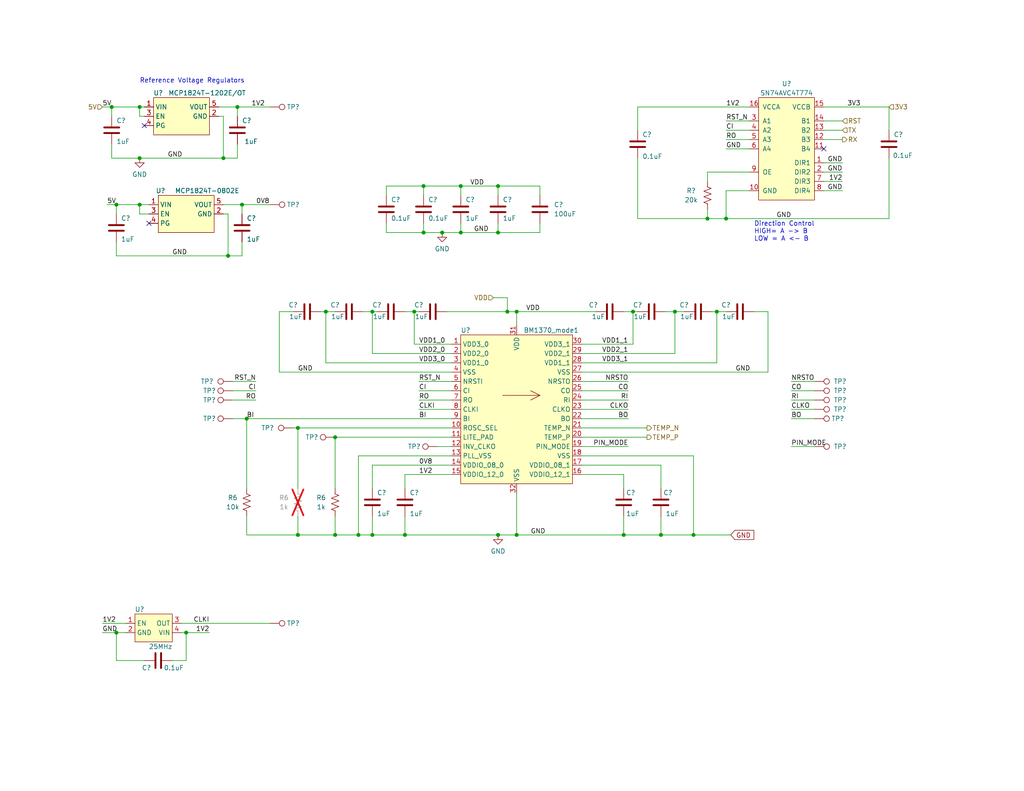
<source format=kicad_sch>
(kicad_sch (version 20250114) (generator "eeschema") (generator_version "9.0")
  (paper "A")
  (title_block (title "bittyaxe") (date "2025-06-06") (rev "600"))
  (lib_symbols
    (symbol "Connector:TestPoint" (pin_numbers (hide yes)) (pin_names (offset 0.762) (hide yes))
      (property "Reference" "TP" (at 0 6.858 0))
      (property "Value" "TestPoint" (at 0 5.08 0))
      (symbol "TestPoint_0_1"
        (circle (center 0 3.302) (radius 0.762))
      )
      (symbol "TestPoint_1_1"
        (pin passive line (at 0 0 90) (length 2.54) (name "1") (number "1"))
      )
    )
    (symbol "Device:C" (pin_numbers (hide yes)) (pin_names (offset 0.254))
      (property "Reference" "C" (at 0.635 2.54 0))
      (property "Value" "C" (at 0.635 -2.54 0))
      (symbol "C_0_1"
        (polyline (pts (xy -2.032 0.762) (xy 2.032 0.762)) (stroke (width 0.508)))
        (polyline (pts (xy -2.032 -0.762) (xy 2.032 -0.762)) (stroke (width 0.508)))
      )
      (symbol "C_1_1"
        (pin passive line (at 0 3.81 270) (length 2.794) (name "~") (number "1"))
        (pin passive line (at 0 -3.81 90) (length 2.794) (name "~") (number "2"))
      )
    )
    (symbol "Device:R_US" (pin_numbers (hide yes)) (pin_names (offset 0))
      (property "Reference" "R" (at 2.54 0 90))
      (property "Value" "R_US" (at -2.54 0 90))
      (symbol "R_US_0_1"
        (polyline (pts (xy 0 2.286) (xy 0 2.54)))
        (polyline (pts (xy 0 2.286) (xy 1.016 1.905) (xy 0 1.524) (xy -1.016 1.143) (xy 0 0.762)))
        (polyline (pts (xy 0 0.762) (xy 1.016 0.381) (xy 0 0) (xy -1.016 -0.381) (xy 0 -0.762)))
        (polyline (pts (xy 0 -0.762) (xy 1.016 -1.143) (xy 0 -1.524) (xy -1.016 -1.905) (xy 0 -2.286)))
        (polyline (pts (xy 0 -2.286) (xy 0 -2.54)))
      )
      (symbol "R_US_1_1"
        (pin passive line (at 0 3.81 270) (length 1.27) (name "~") (number "1"))
        (pin passive line (at 0 -3.81 90) (length 1.27) (name "~") (number "2"))
      )
    )
    (symbol "MCP1824_1"
      (property "Reference" "U" (at -7.62 5.08 0))
      (property "Value" "MCP1824_1" (at 5.08 5.08 0))
      (symbol "MCP1824_1_0_1"
        (rectangle (start -7.62 3.81) (end 7.62 -6.35) (stroke (width 0.1524)) (fill (type background)))
      )
      (symbol "MCP1824_1_1_0"
        (pin bidirectional line (at -10.16 1.27 0) (length 2.54) (name "VIN") (number "1"))
        (pin bidirectional line (at -10.16 -1.27 0) (length 2.54) (name "EN") (number "3"))
        (pin bidirectional line (at -10.16 -3.81 0) (length 2.54) (name "PG") (number "4"))
        (pin bidirectional line (at 10.16 1.27 180) (length 2.54) (name "VOUT") (number "5"))
        (pin bidirectional line (at 10.16 -1.27 180) (length 2.54) (name "GND") (number "2"))
      )
    )
    (symbol "bitaxe:BM1370_mode1"
      (property "Reference" "U4" (at -15.24 21.59 0))
      (property "Value" "BM1370_mode1" (at 1.905 21.59 0))
      (symbol "BM1370_mode1_0_1"
        (rectangle (start -15.24 20.32) (end 15.24 -20.32) (fill (type background)))
        (polyline (pts (xy -3.81 3.81) (xy 6.35 3.81)))
        (polyline (pts (xy 3.81 5.08) (xy 6.35 3.81)))
        (polyline (pts (xy 3.81 2.54) (xy 6.35 3.81)))
      )
      (symbol "BM1370_mode1_1_1"
        (pin power_in line (at -17.78 17.78 0) (length 2.54) (name "VDD3_0") (number "1"))
        (pin power_in line (at -17.78 15.24 0) (length 2.54) (name "VDD2_0") (number "2"))
        (pin power_in line (at -17.78 12.7 0) (length 2.54) (name "VDD1_0") (number "3"))
        (pin power_in line (at -17.78 10.16 0) (length 2.54) (name "VSS") (number "4"))
        (pin input line (at -17.78 7.62 0) (length 2.54) (name "NRSTI") (number "5"))
        (pin input line (at -17.78 5.08 0) (length 2.54) (name "CI") (number "6"))
        (pin output line (at -17.78 2.54 0) (length 2.54) (name "RO") (number "7"))
        (pin input line (at -17.78 0 0) (length 2.54) (name "CLKI") (number "8"))
        (pin input line (at -17.78 -2.54 0) (length 2.54) (name "BI") (number "9"))
        (pin unspecified line (at -17.78 -5.08 0) (length 2.54) (name "ROSC_SEL") (number "10"))
        (pin unspecified line (at -17.78 -7.62 0) (length 2.54) (name "LITE_PAD") (number "11"))
        (pin unspecified line (at -17.78 -10.16 0) (length 2.54) (name "INV_CLKO") (number "12"))
        (pin power_in line (at -17.78 -12.7 0) (length 2.54) (name "PLL_VSS") (number "13"))
        (pin power_in line (at -17.78 -15.24 0) (length 2.54) (name "VDDIO_08_0") (number "14"))
        (pin power_in line (at -17.78 -17.78 0) (length 2.54) (name "VDDIO_12_0") (number "15"))
        (pin power_in line (at 0 22.86 270) (length 2.54) (name "VDD") (number "31"))
        (pin power_in line (at 0 -22.86 90) (length 2.54) (name "VSS") (number "32"))
        (pin power_in line (at 17.78 17.78 180) (length 2.54) (name "VDD3_1") (number "30"))
        (pin power_in line (at 17.78 15.24 180) (length 2.54) (name "VDD2_1") (number "29"))
        (pin power_in line (at 17.78 12.7 180) (length 2.54) (name "VDD1_1") (number "28"))
        (pin power_in line (at 17.78 10.16 180) (length 2.54) (name "VSS") (number "27"))
        (pin output line (at 17.78 7.62 180) (length 2.54) (name "NRSTO") (number "26"))
        (pin output line (at 17.78 5.08 180) (length 2.54) (name "CO") (number "25"))
        (pin input line (at 17.78 2.54 180) (length 2.54) (name "RI") (number "24"))
        (pin output line (at 17.78 0 180) (length 2.54) (name "CLKO") (number "23"))
        (pin output line (at 17.78 -2.54 180) (length 2.54) (name "BO") (number "22"))
        (pin unspecified line (at 17.78 -5.08 180) (length 2.54) (name "TEMP_N") (number "21"))
        (pin unspecified line (at 17.78 -7.62 180) (length 2.54) (name "TEMP_P") (number "20"))
        (pin input line (at 17.78 -10.16 180) (length 2.54) (name "PIN_MODE") (number "19"))
        (pin power_in line (at 17.78 -12.7 180) (length 2.54) (name "VSS") (number "18"))
        (pin power_in line (at 17.78 -15.24 180) (length 2.54) (name "VDDIO_08_1") (number "17"))
        (pin power_in line (at 17.78 -17.78 180) (length 2.54) (name "VDDIO_12_1") (number "16"))
      )
    )
    (symbol "bitaxe:MCP1824"
      (property "Reference" "U" (at -7.62 5.08 0))
      (property "Value" "MCP1824" (at 5.08 5.08 0))
      (symbol "MCP1824_0_1"
        (rectangle (start -7.62 3.81) (end 7.62 -6.35) (stroke (width 0.1524)) (fill (type background)))
      )
      (symbol "MCP1824_1_0"
        (pin bidirectional line (at -10.16 1.27 0) (length 2.54) (name "VIN") (number "1"))
        (pin bidirectional line (at -10.16 -1.27 0) (length 2.54) (name "EN") (number "3"))
        (pin bidirectional line (at -10.16 -3.81 0) (length 2.54) (name "PG") (number "4"))
        (pin bidirectional line (at 10.16 1.27 180) (length 2.54) (name "VOUT") (number "5"))
        (pin bidirectional line (at 10.16 -1.27 180) (length 2.54) (name "GND") (number "2"))
      )
    )
    (symbol "bitaxe:SN74AVC4T774" (pin_names (offset 1.016))
      (property "Reference" "U" (at -6.35 12.7 0))
      (property "Value" "SN74AVC4T774" (at -7.62 -19.05 0))
      (symbol "SN74AVC4T774_0_0"
        (rectangle (start -7.62 11.43) (end 7.62 -16.51) (stroke (width 0.1524)) (fill (type background)))
      )
      (symbol "SN74AVC4T774_1_0"
        (pin power_in line (at -10.16 8.89 0) (length 2.54) (name "VCCA") (number "16"))
        (pin bidirectional line (at -10.16 5.08 0) (length 2.54) (name "A1") (number "3"))
        (pin bidirectional line (at -10.16 2.54 0) (length 2.54) (name "A2") (number "4"))
        (pin bidirectional line (at -10.16 0 0) (length 2.54) (name "A3") (number "5"))
        (pin bidirectional line (at -10.16 -2.54 0) (length 2.54) (name "A4") (number "6"))
        (pin input line (at -10.16 -8.89 0) (length 2.54) (name "OE") (number "9"))
        (pin power_in line (at -10.16 -13.97 0) (length 2.54) (name "GND") (number "10"))
        (pin power_in line (at 10.16 8.89 180) (length 2.54) (name "VCCB") (number "15"))
        (pin bidirectional line (at 10.16 5.08 180) (length 2.54) (name "B1") (number "14"))
        (pin bidirectional line (at 10.16 2.54 180) (length 2.54) (name "B2") (number "13"))
        (pin bidirectional line (at 10.16 0 180) (length 2.54) (name "B3") (number "12"))
        (pin bidirectional line (at 10.16 -2.54 180) (length 2.54) (name "B4") (number "11"))
        (pin input line (at 10.16 -6.35 180) (length 2.54) (name "DIR1") (number "1"))
        (pin input line (at 10.16 -8.89 180) (length 2.54) (name "DIR2") (number "2"))
        (pin input line (at 10.16 -11.43 180) (length 2.54) (name "DIR3") (number "7"))
        (pin input line (at 10.16 -13.97 180) (length 2.54) (name "DIR4") (number "8"))
      )
    )
    (symbol "bitaxe:oscillator"
      (property "Reference" "U" (at -3.81 5.08 0))
      (property "Value" "oscillator" (at 0 -5.08 0))
      (symbol "oscillator_0_1"
        (rectangle (start -5.08 3.81) (end 5.08 -3.81) (stroke (width 0.1524)) (fill (type background)))
      )
      (symbol "oscillator_1_0"
        (pin bidirectional line (at -7.62 1.27 0) (length 2.54) (name "EN") (number "1"))
        (pin bidirectional line (at -7.62 -1.27 0) (length 2.54) (name "GND") (number "2"))
        (pin bidirectional line (at 7.62 1.27 180) (length 2.54) (name "OUT") (number "3"))
        (pin bidirectional line (at 7.62 -1.27 180) (length 2.54) (name "VIN") (number "4"))
      )
    )
    (symbol "power:GND" (power) (pin_names (offset 0))
      (property "Value" "GND" (at 0 -3.81 0))
      (symbol "GND_0_1"
        (polyline (pts (xy 0 0) (xy 0 -1.27) (xy 1.27 -1.27) (xy 0 -2.54) (xy -1.27 -1.27) (xy 0 -1.27)))
      )
      (symbol "GND_1_1"
        (pin power_in line (at 0 0 270) (length 0) (hide yes) (name "GND") (number "1"))
      )
    )
  )
  (text "Reference Voltage Regulators" (at 38.1 22.86 0) (effects (font (size 1.27 1.27)) (justify left bottom)))
  (text "Direction Control\nHIGH= A -> B\nLOW = A <- B" (at 205.74 66.04 0) (effects (font (size 1.27 1.27)) (justify left bottom)))
  (junction (at 180.34 146.05))
  (junction (at 184.15 85.09))
  (junction (at 115.57 63.5) (diameter 0.9144))
  (junction (at 38.1 43.18))
  (junction (at 67.31 114.3))
  (junction (at 30.48 29.21) (diameter 0.9144))
  (junction (at 125.73 50.8) (diameter 0.9144))
  (junction (at 135.89 50.8))
  (junction (at 38.1 55.88))
  (junction (at 135.89 63.5))
  (junction (at 81.28 116.84))
  (junction (at 120.65 63.5))
  (junction (at 62.23 69.85) (diameter 0.9144))
  (junction (at 101.6 85.09))
  (junction (at 101.6 146.05))
  (junction (at 91.44 119.38))
  (junction (at 113.03 85.09))
  (junction (at 97.79 146.05))
  (junction (at 110.49 146.05))
  (junction (at 64.77 29.21) (diameter 0.9144))
  (junction (at 189.23 146.05))
  (junction (at 50.8 172.72))
  (junction (at 138.43 85.09))
  (junction (at 135.89 146.05))
  (junction (at 91.44 146.05))
  (junction (at 31.75 55.88) (diameter 0.9144))
  (junction (at 125.73 63.5) (diameter 0.9144))
  (junction (at 198.12 59.69))
  (junction (at 170.18 146.05))
  (junction (at 172.72 85.09))
  (junction (at 81.28 146.05))
  (junction (at 60.96 43.18) (diameter 0.9144))
  (junction (at 195.58 85.09))
  (junction (at 38.1 29.21))
  (junction (at 88.9 85.09))
  (junction (at 193.04 59.69))
  (junction (at 140.97 85.09))
  (junction (at 31.75 172.72))
  (junction (at 115.57 50.8) (diameter 0.9144))
  (junction (at 140.97 146.05))
  (junction (at 66.04 55.88) (diameter 0.9144))
  (no_connect (at 40.64 60.96))
  (no_connect (at 224.79 40.64))
  (no_connect (at 39.37 34.29))
  (wire (pts (xy 31.75 180.34) (xy 31.75 172.72)))
  (wire (pts (xy 180.34 146.05) (xy 189.23 146.05)))
  (wire (pts (xy 101.6 127) (xy 123.19 127)))
  (wire (pts (xy 105.41 60.96) (xy 105.41 63.5)))
  (wire (pts (xy 110.49 129.54) (xy 110.49 133.35)))
  (wire (pts (xy 242.57 29.21) (xy 242.57 35.56)))
  (wire (pts (xy 88.9 99.06) (xy 88.9 85.09)))
  (wire (pts (xy 198.12 59.69) (xy 242.57 59.69)))
  (wire (pts (xy 140.97 134.62) (xy 140.97 146.05)))
  (wire (pts (xy 134.62 81.28) (xy 138.43 81.28)))
  (wire (pts (xy 91.44 140.97) (xy 91.44 146.05)))
  (wire (pts (xy 215.9 114.3) (xy 222.25 114.3)))
  (wire (pts (xy 125.73 53.34) (xy 125.73 50.8)))
  (wire (pts (xy 115.57 63.5) (xy 105.41 63.5)))
  (wire (pts (xy 195.58 99.06) (xy 195.58 85.09)))
  (wire (pts (xy 198.12 52.07) (xy 198.12 59.69)))
  (wire (pts (xy 114.3 104.14) (xy 123.19 104.14)))
  (wire (pts (xy 110.49 85.09) (xy 113.03 85.09)))
  (wire (pts (xy 113.03 85.09) (xy 114.3 85.09)))
  (wire (pts (xy 158.75 121.92) (xy 171.45 121.92)))
  (wire (pts (xy 64.77 39.37) (xy 64.77 43.18)))
  (wire (pts (xy 158.75 124.46) (xy 189.23 124.46)))
  (wire (pts (xy 158.75 93.98) (xy 172.72 93.98)))
  (wire (pts (xy 81.28 146.05) (xy 91.44 146.05)))
  (wire (pts (xy 60.96 31.75) (xy 59.69 31.75)))
  (wire (pts (xy 31.75 55.88) (xy 38.1 55.88)))
  (wire (pts (xy 158.75 104.14) (xy 171.45 104.14)))
  (wire (pts (xy 88.9 85.09) (xy 91.44 85.09)))
  (wire (pts (xy 101.6 127) (xy 101.6 133.35)))
  (wire (pts (xy 76.2 101.6) (xy 76.2 85.09)))
  (wire (pts (xy 101.6 146.05) (xy 110.49 146.05)))
  (wire (pts (xy 162.56 85.09) (xy 140.97 85.09)))
  (wire (pts (xy 184.15 85.09) (xy 186.69 85.09)))
  (wire (pts (xy 46.99 180.34) (xy 50.8 180.34)))
  (wire (pts (xy 209.55 85.09) (xy 205.74 85.09)))
  (wire (pts (xy 115.57 53.34) (xy 115.57 50.8)))
  (wire (pts (xy 189.23 124.46) (xy 189.23 146.05)))
  (wire (pts (xy 99.06 85.09) (xy 101.6 85.09)))
  (wire (pts (xy 62.23 58.42) (xy 60.96 58.42)))
  (wire (pts (xy 135.89 60.96) (xy 135.89 63.5)))
  (wire (pts (xy 193.04 59.69) (xy 193.04 57.15)))
  (wire (pts (xy 242.57 43.18) (xy 242.57 59.69)))
  (wire (pts (xy 180.34 127) (xy 180.34 133.35)))
  (wire (pts (xy 64.77 43.18) (xy 60.96 43.18)))
  (wire (pts (xy 31.75 66.04) (xy 31.75 69.85)))
  (wire (pts (xy 158.75 109.22) (xy 171.45 109.22)))
  (wire (pts (xy 172.72 93.98) (xy 172.72 85.09)))
  (wire (pts (xy 50.8 172.72) (xy 57.15 172.72)))
  (wire (pts (xy 147.32 60.96) (xy 147.32 63.5)))
  (wire (pts (xy 158.75 96.52) (xy 184.15 96.52)))
  (wire (pts (xy 31.75 55.88) (xy 31.75 58.42)))
  (wire (pts (xy 67.31 140.97) (xy 67.31 146.05)))
  (wire (pts (xy 209.55 101.6) (xy 209.55 85.09)))
  (wire (pts (xy 62.23 69.85) (xy 31.75 69.85)))
  (wire (pts (xy 66.04 66.04) (xy 66.04 69.85)))
  (wire (pts (xy 224.79 35.56) (xy 229.87 35.56)))
  (wire (pts (xy 66.04 55.88) (xy 73.66 55.88)))
  (wire (pts (xy 215.9 106.68) (xy 222.25 106.68)))
  (wire (pts (xy 81.28 140.97) (xy 81.28 146.05)))
  (wire (pts (xy 50.8 180.34) (xy 50.8 172.72)))
  (wire (pts (xy 135.89 50.8) (xy 147.32 50.8)))
  (wire (pts (xy 113.03 93.98) (xy 123.19 93.98)))
  (wire (pts (xy 66.04 69.85) (xy 62.23 69.85)))
  (wire (pts (xy 67.31 114.3) (xy 123.19 114.3)))
  (wire (pts (xy 38.1 58.42) (xy 38.1 55.88)))
  (wire (pts (xy 114.3 106.68) (xy 123.19 106.68)))
  (wire (pts (xy 30.48 39.37) (xy 30.48 43.18)))
  (wire (pts (xy 38.1 29.21) (xy 39.37 29.21)))
  (wire (pts (xy 115.57 60.96) (xy 115.57 63.5)))
  (wire (pts (xy 121.92 85.09) (xy 138.43 85.09)))
  (wire (pts (xy 120.65 63.5) (xy 115.57 63.5)))
  (wire (pts (xy 62.23 58.42) (xy 62.23 69.85)))
  (wire (pts (xy 87.63 85.09) (xy 88.9 85.09)))
  (wire (pts (xy 91.44 119.38) (xy 91.44 133.35)))
  (wire (pts (xy 158.75 99.06) (xy 195.58 99.06)))
  (wire (pts (xy 123.19 101.6) (xy 76.2 101.6)))
  (wire (pts (xy 101.6 96.52) (xy 123.19 96.52)))
  (wire (pts (xy 81.28 116.84) (xy 123.19 116.84)))
  (wire (pts (xy 88.9 99.06) (xy 123.19 99.06)))
  (wire (pts (xy 138.43 81.28) (xy 138.43 85.09)))
  (wire (pts (xy 158.75 127) (xy 180.34 127)))
  (wire (pts (xy 38.1 31.75) (xy 39.37 31.75)))
  (wire (pts (xy 97.79 124.46) (xy 97.79 146.05)))
  (wire (pts (xy 215.9 121.92) (xy 222.25 121.92)))
  (wire (pts (xy 125.73 60.96) (xy 125.73 63.5)))
  (wire (pts (xy 224.79 38.1) (xy 229.87 38.1)))
  (wire (pts (xy 81.28 146.05) (xy 67.31 146.05)))
  (wire (pts (xy 181.61 85.09) (xy 184.15 85.09)))
  (wire (pts (xy 31.75 172.72) (xy 34.29 172.72)))
  (wire (pts (xy 193.04 46.99) (xy 193.04 49.53)))
  (wire (pts (xy 224.79 46.99) (xy 229.87 46.99)))
  (wire (pts (xy 158.75 129.54) (xy 170.18 129.54)))
  (wire (pts (xy 101.6 140.97) (xy 101.6 146.05)))
  (wire (pts (xy 158.75 114.3) (xy 171.45 114.3)))
  (wire (pts (xy 215.9 111.76) (xy 222.25 111.76)))
  (wire (pts (xy 224.79 29.21) (xy 242.57 29.21)))
  (wire (pts (xy 158.75 106.68) (xy 171.45 106.68)))
  (wire (pts (xy 38.1 55.88) (xy 40.64 55.88)))
  (wire (pts (xy 158.75 101.6) (xy 209.55 101.6)))
  (wire (pts (xy 198.12 35.56) (xy 204.47 35.56)))
  (wire (pts (xy 60.96 31.75) (xy 60.96 43.18)))
  (wire (pts (xy 110.49 129.54) (xy 123.19 129.54)))
  (wire (pts (xy 110.49 140.97) (xy 110.49 146.05)))
  (wire (pts (xy 204.47 46.99) (xy 193.04 46.99)))
  (wire (pts (xy 105.41 53.34) (xy 105.41 50.8)))
  (wire (pts (xy 60.96 55.88) (xy 66.04 55.88)))
  (wire (pts (xy 63.5 106.68) (xy 69.85 106.68)))
  (wire (pts (xy 170.18 140.97) (xy 170.18 146.05)))
  (wire (pts (xy 198.12 33.02) (xy 204.47 33.02)))
  (wire (pts (xy 195.58 85.09) (xy 198.12 85.09)))
  (wire (pts (xy 170.18 85.09) (xy 172.72 85.09)))
  (wire (pts (xy 30.48 29.21) (xy 38.1 29.21)))
  (wire (pts (xy 27.94 29.21) (xy 30.48 29.21)))
  (wire (pts (xy 224.79 44.45) (xy 229.87 44.45)))
  (wire (pts (xy 158.75 116.84) (xy 176.53 116.84)))
  (wire (pts (xy 30.48 29.21) (xy 30.48 31.75)))
  (wire (pts (xy 27.94 170.18) (xy 34.29 170.18)))
  (wire (pts (xy 125.73 63.5) (xy 120.65 63.5)))
  (wire (pts (xy 123.19 119.38) (xy 91.44 119.38)))
  (wire (pts (xy 38.1 58.42) (xy 40.64 58.42)))
  (wire (pts (xy 119.38 121.92) (xy 123.19 121.92)))
  (wire (pts (xy 173.99 43.18) (xy 173.99 59.69)))
  (wire (pts (xy 101.6 96.52) (xy 101.6 85.09)))
  (wire (pts (xy 173.99 29.21) (xy 204.47 29.21)))
  (wire (pts (xy 29.21 55.88) (xy 31.75 55.88)))
  (wire (pts (xy 224.79 33.02) (xy 229.87 33.02)))
  (wire (pts (xy 224.79 49.53) (xy 229.87 49.53)))
  (wire (pts (xy 101.6 85.09) (xy 102.87 85.09)))
  (wire (pts (xy 189.23 146.05) (xy 199.39 146.05)))
  (wire (pts (xy 115.57 50.8) (xy 125.73 50.8)))
  (wire (pts (xy 59.69 29.21) (xy 64.77 29.21)))
  (wire (pts (xy 173.99 59.69) (xy 193.04 59.69)))
  (wire (pts (xy 49.53 172.72) (xy 50.8 172.72)))
  (wire (pts (xy 76.2 85.09) (xy 80.01 85.09)))
  (wire (pts (xy 215.9 109.22) (xy 222.25 109.22)))
  (wire (pts (xy 170.18 129.54) (xy 170.18 133.35)))
  (wire (pts (xy 97.79 146.05) (xy 101.6 146.05)))
  (wire (pts (xy 198.12 38.1) (xy 204.47 38.1)))
  (wire (pts (xy 114.3 109.22) (xy 123.19 109.22)))
  (wire (pts (xy 194.31 85.09) (xy 195.58 85.09)))
  (wire (pts (xy 27.94 172.72) (xy 31.75 172.72)))
  (wire (pts (xy 158.75 119.38) (xy 176.53 119.38)))
  (wire (pts (xy 198.12 40.64) (xy 204.47 40.64)))
  (wire (pts (xy 64.77 29.21) (xy 64.77 31.75)))
  (wire (pts (xy 38.1 43.18) (xy 30.48 43.18)))
  (wire (pts (xy 135.89 53.34) (xy 135.89 50.8)))
  (wire (pts (xy 67.31 114.3) (xy 67.31 133.35)))
  (wire (pts (xy 170.18 146.05) (xy 180.34 146.05)))
  (wire (pts (xy 140.97 85.09) (xy 140.97 88.9)))
  (wire (pts (xy 113.03 85.09) (xy 113.03 93.98)))
  (wire (pts (xy 140.97 146.05) (xy 170.18 146.05)))
  (wire (pts (xy 198.12 59.69) (xy 193.04 59.69)))
  (wire (pts (xy 66.04 55.88) (xy 66.04 58.42)))
  (wire (pts (xy 147.32 53.34) (xy 147.32 50.8)))
  (wire (pts (xy 64.77 29.21) (xy 73.66 29.21)))
  (wire (pts (xy 110.49 146.05) (xy 135.89 146.05)))
  (wire (pts (xy 38.1 31.75) (xy 38.1 29.21)))
  (wire (pts (xy 114.3 111.76) (xy 123.19 111.76)))
  (wire (pts (xy 173.99 29.21) (xy 173.99 35.56)))
  (wire (pts (xy 224.79 52.07) (xy 229.87 52.07)))
  (wire (pts (xy 135.89 146.05) (xy 140.97 146.05)))
  (wire (pts (xy 123.19 124.46) (xy 97.79 124.46)))
  (wire (pts (xy 81.28 116.84) (xy 81.28 133.35)))
  (wire (pts (xy 125.73 50.8) (xy 135.89 50.8)))
  (wire (pts (xy 172.72 85.09) (xy 173.99 85.09)))
  (wire (pts (xy 215.9 104.14) (xy 222.25 104.14)))
  (wire (pts (xy 63.5 109.22) (xy 69.85 109.22)))
  (wire (pts (xy 91.44 146.05) (xy 97.79 146.05)))
  (wire (pts (xy 105.41 50.8) (xy 115.57 50.8)))
  (wire (pts (xy 39.37 180.34) (xy 31.75 180.34)))
  (wire (pts (xy 204.47 52.07) (xy 198.12 52.07)))
  (wire (pts (xy 184.15 96.52) (xy 184.15 85.09)))
  (wire (pts (xy 158.75 111.76) (xy 171.45 111.76)))
  (wire (pts (xy 135.89 63.5) (xy 125.73 63.5)))
  (wire (pts (xy 63.5 114.3) (xy 67.31 114.3)))
  (wire (pts (xy 49.53 170.18) (xy 73.66 170.18)))
  (wire (pts (xy 80.01 116.84) (xy 81.28 116.84)))
  (wire (pts (xy 63.5 104.14) (xy 69.85 104.14)))
  (wire (pts (xy 138.43 85.09) (xy 140.97 85.09)))
  (wire (pts (xy 180.34 140.97) (xy 180.34 146.05)))
  (wire (pts (xy 60.96 43.18) (xy 38.1 43.18)))
  (wire (pts (xy 135.89 63.5) (xy 147.32 63.5)))
  (label "GND" (at 45.72 43.18 0))
  (label "RST_N" (at 69.85 104.14 180))
  (label "GND" (at 229.87 46.99 180))
  (label "1V2" (at 114.3 129.54 0))
  (label "1V2" (at 68.58 29.21 0))
  (label "BI" (at 67.31 114.3 0))
  (label "GND" (at 27.94 172.72 0))
  (label "CLKO" (at 171.45 111.76 180))
  (label "RST_N" (at 114.3 104.14 0))
  (label "5V" (at 29.21 55.88 0))
  (label "RO" (at 114.3 109.22 0))
  (label "0V8" (at 69.85 55.88 0))
  (label "CO" (at 215.9 106.68 0))
  (label "GND" (at 144.78 146.05 0))
  (label "BO" (at 215.9 114.3 0))
  (label "GND" (at 198.12 40.64 0))
  (label "5V" (at 27.94 29.21 0))
  (label "CI" (at 198.12 35.56 0))
  (label "GND" (at 229.87 52.07 180))
  (label "PIN_MODE" (at 215.9 121.92 0))
  (label "1V2" (at 229.87 49.53 180))
  (label "CI" (at 69.85 106.68 180))
  (label "1V2" (at 27.94 170.18 0))
  (label "RO" (at 198.12 38.1 0))
  (label "NRSTO" (at 215.9 104.14 0))
  (label "PIN_MODE" (at 171.45 121.92 180))
  (label "0V8" (at 114.3 127 0))
  (label "GND" (at 46.99 69.85 0))
  (label "VDD3_1" (at 171.45 99.06 180))
  (label "VDD2_1" (at 171.45 96.52 180))
  (label "RI" (at 215.9 109.22 0))
  (label "RST_N" (at 198.12 33.02 0))
  (label "CLKI" (at 114.3 111.76 0))
  (label "1V2" (at 198.12 29.21 0))
  (label "CO" (at 171.45 106.68 180))
  (label "VDD1_0" (at 114.3 93.98 0))
  (label "VDD3_0" (at 114.3 99.06 0))
  (label "CLKO" (at 215.9 111.76 0))
  (label "CLKI" (at 57.15 170.18 180))
  (label "3V3" (at 231.14 29.21 0))
  (label "RO" (at 69.85 109.22 180))
  (label "VDD1_1" (at 171.45 93.98 180))
  (label "GND" (at 81.28 101.6 0))
  (label "VDD" (at 143.51 85.09 0))
  (label "BO" (at 171.45 114.3 180))
  (label "GND" (at 215.9 59.69 180))
  (label "RI" (at 171.45 109.22 180))
  (label "1V2" (at 57.15 172.72 180))
  (label "VDD2_0" (at 114.3 96.52 0))
  (label "NRSTO" (at 171.45 104.14 180))
  (label "GND" (at 200.66 101.6 0))
  (label "GND" (at 133.35 63.5 180))
  (label "GND" (at 229.87 44.45 180))
  (label "CI" (at 114.3 106.68 0))
  (label "VDD" (at 128.27 50.8 0))
  (label "BI" (at 114.3 114.3 0))
  (global_label "GND" (shape input) (at 199.39 146.05 0) (property "Intersheetrefs" "${INTERSHEET_REFS}" (effects (hide yes))))
  (hierarchical_label "5V" (shape input) (at 27.94 29.21 180))
  (hierarchical_label "TEMP_N" (shape output) (at 176.53 116.84 0))
  (hierarchical_label "3V3" (shape input) (at 242.57 29.21 0))
  (hierarchical_label "TX" (shape input) (at 229.87 35.56 0))
  (hierarchical_label "RX" (shape output) (at 229.87 38.1 0))
  (hierarchical_label "VDD" (shape input) (at 134.62 81.28 180))
  (hierarchical_label "RST" (shape input) (at 229.87 33.02 0))
  (hierarchical_label "TEMP_P" (shape output) (at 176.53 119.38 0))
  (symbol (lib_id "Device:C") (at 64.77 35.56 0) (unit 1)
    (property "Reference" "C?" (at 66.04 33.655 0) (effects (justify left bottom)))
    (property "Value" "1uF" (at 66.675 39.37 0) (effects (justify left bottom)))
    (property "Footprint" "Capacitor_SMD:C_0402_1005Metric" (effects (hide yes)))
    (property "DK" "587-5514-1-ND" (effects (hide yes)))
    (property "PARTNO" "EMK105BJ105MV-F" (effects (hide yes)))
  )
  (symbol (lib_id "Device:C") (at 30.48 35.56 0) (unit 1)
    (property "Reference" "C?" (at 31.75 33.655 0) (effects (justify left bottom)))
    (property "Value" "1uF" (at 31.75 39.37 0) (effects (justify left bottom)))
    (property "Footprint" "Capacitor_SMD:C_0402_1005Metric" (effects (hide yes)))
    (property "DK" "587-5514-1-ND" (effects (hide yes)))
    (property "PARTNO" "EMK105BJ105MV-F" (effects (hide yes)))
  )
  (symbol (lib_id "Device:C") (at 125.73 57.15 0) (unit 1)
    (property "Reference" "C?" (at 127 55.245 0) (effects (justify left bottom)))
    (property "Value" "1uF" (at 127 60.325 0) (effects (justify left bottom)))
    (property "Footprint" "Capacitor_SMD:C_0402_1005Metric" (effects (hide yes)))
    (property "DK" "587-5514-1-ND" (effects (hide yes)))
    (property "PARTNO" "EMK105BJ105MV-F" (effects (hide yes)))
  )
  (symbol (lib_id "Device:C") (at 118.11 85.09 90) (unit 1)
    (property "Reference" "C?" (at 115.57 82.55 90) (effects (justify left bottom)))
    (property "Value" "1uF" (at 116.84 85.725 90) (effects (justify left bottom)))
    (property "Footprint" "Capacitor_SMD:C_0402_1005Metric" (effects (hide yes)))
    (property "DK" "587-5514-1-ND" (effects (hide yes)))
    (property "PARTNO" "EMK105BJ105MV-F" (effects (hide yes)))
  )
  (symbol (lib_id "Connector:TestPoint") (at 222.25 114.3 270) (unit 1) (in_bom no)
    (property "Reference" "TP?" (at 228.6 114.3 90))
    (property "Value" "TestPoint" (effects (hide yes)))
    (property "Footprint" "TestPoint:TestPoint_Pad_D1.5mm" (effects (hide yes)))
  )
  (symbol (lib_id "Device:C") (at 115.57 57.15 0) (unit 1)
    (property "Reference" "C?" (at 116.84 55.245 0) (effects (justify left bottom)))
    (property "Value" "0.1uF" (at 116.84 60.325 0) (effects (justify left bottom)))
    (property "Footprint" "Capacitor_SMD:C_0402_1005Metric" (effects (hide yes)))
    (property "DK" "1276-1234-1-ND" (effects (hide yes)))
    (property "PARTNO" "CL05A104KO5NNNC" (effects (hide yes)))
  )
  (symbol (lib_id "Connector:TestPoint") (at 222.25 109.22 270) (unit 1) (in_bom no)
    (property "Reference" "TP?" (at 229.235 109.22 90))
    (property "Value" "TestPoint" (effects (hide yes)))
    (property "Footprint" "TestPoint:TestPoint_Pad_D1.5mm" (effects (hide yes)))
  )
  (symbol (lib_id "Connector:TestPoint") (at 222.25 111.76 270) (unit 1) (in_bom no)
    (property "Reference" "TP?" (at 229.235 111.76 90))
    (property "Value" "TestPoint" (effects (hide yes)))
    (property "Footprint" "TestPoint:TestPoint_Pad_D1.5mm" (effects (hide yes)))
  )
  (symbol (lib_id "Device:C") (at 190.5 85.09 90) (unit 1)
    (property "Reference" "C?" (at 187.96 82.55 90) (effects (justify left bottom)))
    (property "Value" "1uF" (at 189.23 85.725 90) (effects (justify left bottom)))
    (property "Footprint" "Capacitor_SMD:C_0402_1005Metric" (effects (hide yes)))
    (property "DK" "587-5514-1-ND" (effects (hide yes)))
    (property "PARTNO" "EMK105BJ105MV-F" (effects (hide yes)))
  )
  (symbol (lib_id "Device:C") (at 201.93 85.09 90) (unit 1)
    (property "Reference" "C?" (at 199.39 82.55 90) (effects (justify left bottom)))
    (property "Value" "1uF" (at 200.66 85.725 90) (effects (justify left bottom)))
    (property "Footprint" "Capacitor_SMD:C_0402_1005Metric" (effects (hide yes)))
    (property "DK" "587-5514-1-ND" (effects (hide yes)))
    (property "PARTNO" "EMK105BJ105MV-F" (effects (hide yes)))
  )
  (symbol (lib_id "Device:C") (at 43.18 180.34 90) (unit 1)
    (property "Reference" "C?" (at 41.275 181.61 90) (effects (justify left bottom)))
    (property "Value" "0.1uF" (at 50.165 181.61 90) (effects (justify left bottom)))
    (property "Footprint" "Capacitor_SMD:C_0402_1005Metric" (effects (hide yes)))
    (property "DK" "1276-1234-1-ND" (effects (hide yes)))
    (property "PARTNO" "CL05A104KO5NNNC" (effects (hide yes)))
  )
  (symbol (lib_id "power:GND") (at 135.89 146.05 0) (mirror y) (unit 1)
    (property "Reference" "#PWR?" (effects (hide yes)))
    (property "Value" "GND" (at 135.89 150.495 0))
  )
  (symbol (lib_id "Device:C") (at 105.41 57.15 0) (unit 1)
    (property "Reference" "C?" (at 106.68 55.245 0) (effects (justify left bottom)))
    (property "Value" "0.1uF" (at 106.68 60.325 0) (effects (justify left bottom)))
    (property "Footprint" "Capacitor_SMD:C_0402_1005Metric" (effects (hide yes)))
    (property "DK" "1276-1234-1-ND" (effects (hide yes)))
    (property "PARTNO" "CL05A104KO5NNNC" (effects (hide yes)))
  )
  (symbol (lib_id "Device:C") (at 177.8 85.09 90) (unit 1)
    (property "Reference" "C?" (at 175.26 82.55 90) (effects (justify left bottom)))
    (property "Value" "1uF" (at 176.53 85.725 90) (effects (justify left bottom)))
    (property "Footprint" "Capacitor_SMD:C_0402_1005Metric" (effects (hide yes)))
    (property "DK" "587-5514-1-ND" (effects (hide yes)))
    (property "PARTNO" "EMK105BJ105MV-F" (effects (hide yes)))
  )
  (symbol (lib_id "Device:R_US") (at 193.04 53.34 180) (unit 1)
    (property "Reference" "R?" (at 188.595 52.07 0))
    (property "Value" "20k" (at 188.595 54.61 0))
    (property "Footprint" "Resistor_SMD:R_0402_1005Metric" (effects (hide yes)))
    (property "DK" "311-20.0KLRCT-ND" (effects (hide yes)))
    (property "PARTNO" "RC0402FR-0720KL" (effects (hide yes)))
  )
  (symbol (lib_id "Device:R_US") (at 81.28 137.16 180) (unit 1) (dnp yes)
    (property "Reference" "R6" (at 77.47 135.89 0))
    (property "Value" "1k" (at 77.47 138.43 0))
    (property "Footprint" "Resistor_SMD:R_0402_1005Metric" (effects (hide yes)))
    (property "DK" "311-1.00KLRCT-ND" (effects (hide yes)))
    (property "PARTNO" "RC0402FR-071KL" (effects (hide yes)))
  )
  (symbol (lib_id "Device:C") (at 101.6 137.16 0) (unit 1)
    (property "Reference" "C?" (at 102.87 135.255 0) (effects (justify left bottom)))
    (property "Value" "1uF" (at 102.87 140.97 0) (effects (justify left bottom)))
    (property "Footprint" "Capacitor_SMD:C_0402_1005Metric" (effects (hide yes)))
    (property "DK" "587-5514-1-ND" (effects (hide yes)))
    (property "PARTNO" "EMK105BJ105MV-F" (effects (hide yes)))
  )
  (symbol (lib_id "Connector:TestPoint") (at 73.66 55.88 270) (mirror x) (unit 1) (in_bom no)
    (property "Reference" "TP?" (at 80.01 55.88 90))
    (property "Value" "TestPoint" (effects (hide yes)))
    (property "Footprint" "TestPoint:TestPoint_Pad_D1.5mm" (effects (hide yes)))
  )
  (symbol (lib_id "Device:C") (at 166.37 85.09 90) (unit 1)
    (property "Reference" "C?" (at 163.195 82.55 90) (effects (justify left bottom)))
    (property "Value" "1uF" (at 165.1 85.725 90) (effects (justify left bottom)))
    (property "Footprint" "Capacitor_SMD:C_0402_1005Metric" (effects (hide yes)))
    (property "DK" "587-5514-1-ND" (effects (hide yes)))
    (property "PARTNO" "EMK105BJ105MV-F" (effects (hide yes)))
  )
  (symbol (lib_id "Device:R_US") (at 91.44 137.16 180) (unit 1)
    (property "Reference" "R6" (at 87.63 135.89 0))
    (property "Value" "1k" (at 87.63 138.43 0))
    (property "Footprint" "Resistor_SMD:R_0402_1005Metric" (effects (hide yes)))
    (property "DK" "311-1.00KLRCT-ND" (effects (hide yes)))
    (property "PARTNO" "RC0402FR-071KL" (effects (hide yes)))
  )
  (symbol (lib_id "Device:C") (at 242.57 39.37 0) (unit 1)
    (property "Reference" "C?" (at 243.84 37.465 0) (effects (justify left bottom)))
    (property "Value" "0.1uF" (at 243.586 43.18 0) (effects (justify left bottom)))
    (property "Footprint" "Capacitor_SMD:C_0402_1005Metric" (effects (hide yes)))
    (property "DK" "1276-1234-1-ND" (effects (hide yes)))
    (property "PARTNO" "CL05A104KO5NNNC" (effects (hide yes)))
  )
  (symbol (lib_id "bitaxe:SN74AVC4T774") (at 214.63 38.1 0) (unit 1)
    (property "Reference" "U?" (at 214.63 22.86 0))
    (property "Value" "SN74AVC4T774" (at 214.63 25.4 0))
    (property "Footprint" "Package_SO:TSSOP-16_4.4x5mm_P0.65mm" (effects (hide yes)))
    (property "Datasheet" "https://www.ti.com/lit/ds/symlink/sn74avc4t774.pdf" (effects (hide yes)))
    (property "DK" "296-24739-1-ND" (effects (hide yes)))
    (property "PARTNO" "SN74AVC4T774PWR" (effects (hide yes)))
  )
  (symbol (lib_id "Device:C") (at 147.32 57.15 0) (unit 1)
    (property "Reference" "C?" (at 151.13 55.8799 0) (effects (justify left)))
    (property "Value" "100uF" (at 151.13 58.4199 0) (effects (justify left)))
    (property "Footprint" "Capacitor_SMD:C_1206_3216Metric" (effects (hide yes)))
    (property "Description" "Unpolarized capacitor" (effects (hide yes)))
    (property "DK" "1276-1782-1-ND" (effects (hide yes)))
    (property "PARTNO" "CL31A107MQHNNNE" (effects (hide yes)))
  )
  (symbol (lib_name "MCP1824_1") (lib_id "bitaxe:MCP1824") (at 50.8 57.15 0) (unit 1)
    (property "Reference" "U?" (at 43.815 52.07 0))
    (property "Value" "MCP1824T-0802E" (at 56.515 52.07 0))
    (property "Footprint" "Package_TO_SOT_SMD:SOT-23-5" (effects (hide yes)))
    (property "Datasheet" "https://ww1.microchip.com/downloads/en/DeviceDoc/22070a.pdf" (effects (hide yes)))
    (property "PARTNO" "MCP1824T-0802E/OT" (effects (hide yes)))
    (property "DK" "MCP1824T-0802E/OTCT-ND" (effects (hide yes)))
  )
  (symbol (lib_id "Connector:TestPoint") (at 91.44 119.38 90) (unit 1) (in_bom no)
    (property "Reference" "TP?" (at 85.09 119.38 90))
    (property "Value" "TestPoint" (effects (hide yes)))
    (property "Footprint" "TestPoint:TestPoint_Pad_D1.5mm" (effects (hide yes)))
  )
  (symbol (lib_id "Connector:TestPoint") (at 119.38 121.92 90) (unit 1) (in_bom no)
    (property "Reference" "TP?" (at 113.03 121.92 90))
    (property "Value" "TestPoint" (effects (hide yes)))
    (property "Footprint" "TestPoint:TestPoint_Pad_D1.5mm" (effects (hide yes)))
  )
  (symbol (lib_id "Device:C") (at 83.82 85.09 90) (unit 1)
    (property "Reference" "C?" (at 81.28 82.55 90) (effects (justify left bottom)))
    (property "Value" "1uF" (at 82.55 85.725 90) (effects (justify left bottom)))
    (property "Footprint" "Capacitor_SMD:C_0402_1005Metric" (effects (hide yes)))
    (property "DK" "587-5514-1-ND" (effects (hide yes)))
    (property "PARTNO" "EMK105BJ105MV-F" (effects (hide yes)))
  )
  (symbol (lib_id "power:GND") (at 120.65 63.5 0) (mirror y) (unit 1)
    (property "Reference" "#PWR?" (effects (hide yes)))
    (property "Value" "GND" (at 120.65 67.945 0))
  )
  (symbol (lib_id "Device:C") (at 180.34 137.16 0) (unit 1)
    (property "Reference" "C?" (at 180.975 135.255 0) (effects (justify left bottom)))
    (property "Value" "1uF" (at 181.61 140.97 0) (effects (justify left bottom)))
    (property "Footprint" "Capacitor_SMD:C_0402_1005Metric" (effects (hide yes)))
    (property "DK" "587-5514-1-ND" (effects (hide yes)))
    (property "PARTNO" "EMK105BJ105MV-F" (effects (hide yes)))
  )
  (symbol (lib_id "Connector:TestPoint") (at 63.5 109.22 90) (unit 1) (in_bom no)
    (property "Reference" "TP?" (at 57.15 109.22 90))
    (property "Value" "TestPoint" (effects (hide yes)))
    (property "Footprint" "TestPoint:TestPoint_Pad_D1.5mm" (effects (hide yes)))
  )
  (symbol (lib_id "power:GND") (at 38.1 43.18 0) (mirror y) (unit 1)
    (property "Reference" "#PWR?" (effects (hide yes)))
    (property "Value" "GND" (at 38.1 47.625 0))
  )
  (symbol (lib_id "Device:C") (at 170.18 137.16 0) (unit 1)
    (property "Reference" "C?" (at 170.815 135.255 0) (effects (justify left bottom)))
    (property "Value" "1uF" (at 170.815 140.97 0) (effects (justify left bottom)))
    (property "Footprint" "Capacitor_SMD:C_0402_1005Metric" (effects (hide yes)))
    (property "DK" "587-5514-1-ND" (effects (hide yes)))
    (property "PARTNO" "EMK105BJ105MV-F" (effects (hide yes)))
  )
  (symbol (lib_id "Connector:TestPoint") (at 73.66 170.18 270) (unit 1) (in_bom no)
    (property "Reference" "TP?" (at 80.01 170.18 90))
    (property "Value" "TestPoint" (effects (hide yes)))
    (property "Footprint" "TestPoint:TestPoint_Pad_D1.5mm" (effects (hide yes)))
  )
  (symbol (lib_id "bitaxe:BM1370_mode1") (at 140.97 111.76 0) (unit 1)
    (property "Reference" "U?" (at 125.73 90.17 0) (effects (justify left)))
    (property "Value" "BM1370_mode1" (at 142.875 90.17 0) (effects (justify left)))
    (property "Footprint" "bitaxe:BM1370" (effects (hide yes)))
  )
  (symbol (lib_id "Device:R_US") (at 67.31 137.16 180) (unit 1)
    (property "Reference" "R6" (at 63.5 135.89 0))
    (property "Value" "10k" (at 63.5 138.43 0))
    (property "Footprint" "Resistor_SMD:R_0402_1005Metric" (effects (hide yes)))
    (property "DK" "311-10KJRCT-ND" (effects (hide yes)))
    (property "PARTNO" "RC0402JR-0710KL" (effects (hide yes)))
  )
  (symbol (lib_id "Connector:TestPoint") (at 63.5 106.68 90) (unit 1) (in_bom no)
    (property "Reference" "TP?" (at 57.15 106.68 90))
    (property "Value" "TestPoint" (effects (hide yes)))
    (property "Footprint" "TestPoint:TestPoint_Pad_D1.5mm" (effects (hide yes)))
  )
  (symbol (lib_id "Device:C") (at 95.25 85.09 90) (unit 1)
    (property "Reference" "C?" (at 92.71 82.55 90) (effects (justify left bottom)))
    (property "Value" "1uF" (at 93.98 85.725 90) (effects (justify left bottom)))
    (property "Footprint" "Capacitor_SMD:C_0402_1005Metric" (effects (hide yes)))
    (property "DK" "587-5514-1-ND" (effects (hide yes)))
    (property "PARTNO" "EMK105BJ105MV-F" (effects (hide yes)))
  )
  (symbol (lib_id "Connector:TestPoint") (at 80.01 116.84 90) (unit 1) (in_bom no)
    (property "Reference" "TP?" (at 73.025 116.84 90))
    (property "Value" "TestPoint" (effects (hide yes)))
    (property "Footprint" "TestPoint:TestPoint_Pad_D1.5mm" (effects (hide yes)))
  )
  (symbol (lib_id "Connector:TestPoint") (at 222.25 121.92 270) (unit 1) (in_bom no)
    (property "Reference" "TP?" (at 229.235 121.92 90))
    (property "Value" "TestPoint" (effects (hide yes)))
    (property "Footprint" "TestPoint:TestPoint_Pad_D1.5mm" (effects (hide yes)))
  )
  (symbol (lib_id "Connector:TestPoint") (at 63.5 114.3 90) (unit 1) (in_bom no)
    (property "Reference" "TP?" (at 57.15 114.3 90))
    (property "Value" "TestPoint" (effects (hide yes)))
    (property "Footprint" "TestPoint:TestPoint_Pad_D1.5mm" (effects (hide yes)))
  )
  (symbol (lib_id "Connector:TestPoint") (at 73.66 29.21 270) (mirror x) (unit 1) (in_bom no)
    (property "Reference" "TP?" (at 80.01 29.21 90))
    (property "Value" "TestPoint" (effects (hide yes)))
    (property "Footprint" "TestPoint:TestPoint_Pad_D1.5mm" (effects (hide yes)))
  )
  (symbol (lib_id "bitaxe:oscillator") (at 41.91 171.45 0) (unit 1)
    (property "Reference" "U?" (at 38.1 166.37 0))
    (property "Value" "25MHz" (at 43.815 176.53 0))
    (property "Footprint" "bitaxe:SMD3225-4P" (effects (hide yes)))
    (property "PARTNO" "SX3M25.000E20F30THN" (effects (hide yes)))
    (property "LCSC" "C5137262" (effects (hide yes)))
  )
  (symbol (lib_id "bitaxe:MCP1824") (at 49.53 30.48 0) (unit 1)
    (property "Reference" "U?" (at 43.18 25.4 0))
    (property "Value" "MCP1824T-1202E/OT" (at 56.515 25.4 0))
    (property "Footprint" "Package_TO_SOT_SMD:SOT-23-5" (effects (hide yes)))
    (property "Datasheet" "https://ww1.microchip.com/downloads/en/DeviceDoc/22070a.pdf" (effects (hide yes)))
    (property "PARTNO" "MCP1824T-1202E/OT" (effects (hide yes)))
    (property "DK" "MCP1824T-1202E/OTCT-ND" (effects (hide yes)))
  )
  (symbol (lib_id "Device:C") (at 31.75 62.23 0) (unit 1)
    (property "Reference" "C?" (at 33.02 60.325 0) (effects (justify left bottom)))
    (property "Value" "1uF" (at 33.02 66.04 0) (effects (justify left bottom)))
    (property "Footprint" "Capacitor_SMD:C_0402_1005Metric" (effects (hide yes)))
    (property "DK" "587-5514-1-ND" (effects (hide yes)))
    (property "PARTNO" "EMK105BJ105MV-F" (effects (hide yes)))
  )
  (symbol (lib_id "Device:C") (at 106.68 85.09 90) (unit 1)
    (property "Reference" "C?" (at 104.14 82.55 90) (effects (justify left bottom)))
    (property "Value" "1uF" (at 105.41 85.725 90) (effects (justify left bottom)))
    (property "Footprint" "Capacitor_SMD:C_0402_1005Metric" (effects (hide yes)))
    (property "DK" "587-5514-1-ND" (effects (hide yes)))
    (property "PARTNO" "EMK105BJ105MV-F" (effects (hide yes)))
  )
  (symbol (lib_id "Device:C") (at 173.99 39.37 0) (unit 1)
    (property "Reference" "C?" (at 175.26 37.465 0) (effects (justify left bottom)))
    (property "Value" "0.1uF" (at 175.26 43.434 0) (effects (justify left bottom)))
    (property "Footprint" "Capacitor_SMD:C_0402_1005Metric" (effects (hide yes)))
    (property "DK" "1276-1234-1-ND" (effects (hide yes)))
    (property "PARTNO" "CL05A104KO5NNNC" (effects (hide yes)))
  )
  (symbol (lib_id "Connector:TestPoint") (at 222.25 106.68 270) (unit 1) (in_bom no)
    (property "Reference" "TP?" (at 229.235 106.68 90))
    (property "Value" "TestPoint" (effects (hide yes)))
    (property "Footprint" "TestPoint:TestPoint_Pad_D1.5mm" (effects (hide yes)))
  )
  (symbol (lib_id "Device:C") (at 110.49 137.16 0) (unit 1)
    (property "Reference" "C?" (at 111.76 135.255 0) (effects (justify left bottom)))
    (property "Value" "1uF" (at 111.76 140.97 0) (effects (justify left bottom)))
    (property "Footprint" "Capacitor_SMD:C_0402_1005Metric" (effects (hide yes)))
    (property "DK" "587-5514-1-ND" (effects (hide yes)))
    (property "PARTNO" "EMK105BJ105MV-F" (effects (hide yes)))
  )
  (symbol (lib_id "Device:C") (at 66.04 62.23 0) (unit 1)
    (property "Reference" "C?" (at 67.31 60.325 0) (effects (justify left bottom)))
    (property "Value" "1uF" (at 67.31 66.04 0) (effects (justify left bottom)))
    (property "Footprint" "Capacitor_SMD:C_0402_1005Metric" (effects (hide yes)))
    (property "DK" "587-5514-1-ND" (effects (hide yes)))
    (property "PARTNO" "EMK105BJ105MV-F" (effects (hide yes)))
  )
  (symbol (lib_id "Device:C") (at 135.89 57.15 0) (unit 1)
    (property "Reference" "C?" (at 137.16 55.245 0) (effects (justify left bottom)))
    (property "Value" "1uF" (at 137.16 60.325 0) (effects (justify left bottom)))
    (property "Footprint" "Capacitor_SMD:C_0402_1005Metric" (effects (hide yes)))
    (property "DK" "587-5514-1-ND" (effects (hide yes)))
    (property "PARTNO" "EMK105BJ105MV-F" (effects (hide yes)))
  )
  (symbol (lib_id "Connector:TestPoint") (at 63.5 104.14 90) (unit 1) (in_bom no)
    (property "Reference" "TP?" (at 56.515 104.14 90))
    (property "Value" "TestPoint" (effects (hide yes)))
    (property "Footprint" "TestPoint:TestPoint_Pad_D1.5mm" (effects (hide yes)))
  )
  (symbol (lib_id "Connector:TestPoint") (at 222.25 104.14 270) (unit 1) (in_bom no)
    (property "Reference" "TP?" (at 229.235 104.14 90))
    (property "Value" "TestPoint" (effects (hide yes)))
    (property "Footprint" "TestPoint:TestPoint_Pad_D1.5mm" (effects (hide yes)))
  )
)
</source>
